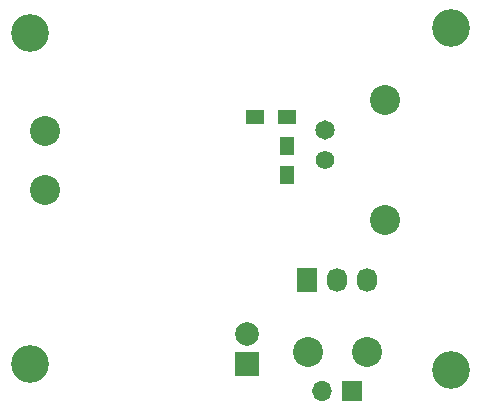
<source format=gbr>
G04 #@! TF.FileFunction,Soldermask,Bot*
%FSLAX46Y46*%
G04 Gerber Fmt 4.6, Leading zero omitted, Abs format (unit mm)*
G04 Created by KiCad (PCBNEW 4.0.1-stable) date 1/4/2017 6:58:48 PM*
%MOMM*%
G01*
G04 APERTURE LIST*
%ADD10C,0.150000*%
%ADD11C,3.200000*%
%ADD12R,1.250000X1.500000*%
%ADD13R,1.500000X1.300000*%
%ADD14C,2.540000*%
%ADD15R,2.000000X2.000000*%
%ADD16C,2.000000*%
%ADD17C,1.574800*%
%ADD18C,1.651000*%
%ADD19R,1.727200X2.032000*%
%ADD20O,1.727200X2.032000*%
%ADD21R,1.700000X1.700000*%
%ADD22O,1.700000X1.700000*%
G04 APERTURE END LIST*
D10*
D11*
X39624000Y-32512000D03*
D12*
X25750000Y-16000000D03*
X25750000Y-13500000D03*
D13*
X23034000Y-11049000D03*
X25734000Y-11049000D03*
D14*
X32512000Y-30988000D03*
X27512000Y-30988000D03*
X5240000Y-17242000D03*
X5240000Y-12242000D03*
D15*
X22352000Y-32004000D03*
D16*
X22352000Y-29464000D03*
D17*
X28956000Y-14732000D03*
D18*
X28956000Y-12192000D03*
D14*
X34036000Y-9652000D03*
X34036000Y-19812000D03*
D19*
X27432000Y-24892000D03*
D20*
X29972000Y-24892000D03*
X32512000Y-24892000D03*
D11*
X4000000Y-32000000D03*
X39624000Y-3556000D03*
X4000000Y-4000000D03*
D21*
X31242000Y-34290000D03*
D22*
X28702000Y-34290000D03*
M02*

</source>
